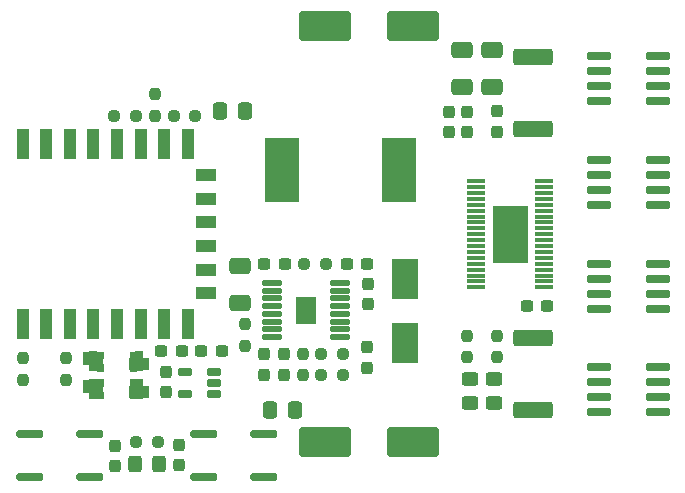
<source format=gbr>
%TF.GenerationSoftware,KiCad,Pcbnew,(6.0.8)*%
%TF.CreationDate,2023-03-12T18:26:40+08:00*%
%TF.ProjectId,STEP_MOTO,53544550-5f4d-44f5-944f-2e6b69636164,rev?*%
%TF.SameCoordinates,Original*%
%TF.FileFunction,Paste,Top*%
%TF.FilePolarity,Positive*%
%FSLAX46Y46*%
G04 Gerber Fmt 4.6, Leading zero omitted, Abs format (unit mm)*
G04 Created by KiCad (PCBNEW (6.0.8)) date 2023-03-12 18:26:40*
%MOMM*%
%LPD*%
G01*
G04 APERTURE LIST*
G04 Aperture macros list*
%AMRoundRect*
0 Rectangle with rounded corners*
0 $1 Rounding radius*
0 $2 $3 $4 $5 $6 $7 $8 $9 X,Y pos of 4 corners*
0 Add a 4 corners polygon primitive as box body*
4,1,4,$2,$3,$4,$5,$6,$7,$8,$9,$2,$3,0*
0 Add four circle primitives for the rounded corners*
1,1,$1+$1,$2,$3*
1,1,$1+$1,$4,$5*
1,1,$1+$1,$6,$7*
1,1,$1+$1,$8,$9*
0 Add four rect primitives between the rounded corners*
20,1,$1+$1,$2,$3,$4,$5,0*
20,1,$1+$1,$4,$5,$6,$7,0*
20,1,$1+$1,$6,$7,$8,$9,0*
20,1,$1+$1,$8,$9,$2,$3,0*%
%AMFreePoly0*
4,1,21,0.800354,0.825354,0.800500,0.825000,0.800500,0.300000,0.825000,0.300000,0.825000,-0.300000,0.800500,-0.300000,0.800500,-0.825000,0.800354,-0.825354,0.800000,-0.825500,-0.290000,-0.825500,-0.290354,-0.825354,-0.290500,-0.825000,-0.290500,-0.300000,-0.825000,-0.300000,-0.825000,0.300000,-0.290500,0.300000,-0.290500,0.825000,-0.290354,0.825354,-0.290000,0.825500,0.800000,0.825500,
0.800354,0.825354,0.800354,0.825354,$1*%
%AMFreePoly1*
4,1,21,0.300354,0.825354,0.300500,0.825000,0.300500,0.300000,0.825000,0.300000,0.825000,-0.300000,0.300500,-0.300000,0.300500,-0.825000,0.300354,-0.825354,0.300000,-0.825500,-0.800000,-0.825500,-0.800354,-0.825354,-0.800500,-0.825000,-0.800500,-0.300000,-0.825000,-0.300000,-0.825000,0.300000,-0.800500,0.300000,-0.800500,0.825000,-0.800354,0.825354,-0.800000,0.825500,0.300000,0.825500,
0.300354,0.825354,0.300354,0.825354,$1*%
G04 Aperture macros list end*
%ADD10C,0.010000*%
%ADD11R,1.000000X2.500000*%
%ADD12R,1.800000X1.000000*%
%ADD13RoundRect,0.249999X1.425001X-0.450001X1.425001X0.450001X-1.425001X0.450001X-1.425001X-0.450001X0*%
%ADD14RoundRect,0.237500X0.250000X0.237500X-0.250000X0.237500X-0.250000X-0.237500X0.250000X-0.237500X0*%
%ADD15RoundRect,0.237500X-0.250000X-0.237500X0.250000X-0.237500X0.250000X0.237500X-0.250000X0.237500X0*%
%ADD16RoundRect,0.046900X0.538100X-0.288100X0.538100X0.288100X-0.538100X0.288100X-0.538100X-0.288100X0*%
%ADD17RoundRect,0.237500X0.237500X-0.250000X0.237500X0.250000X-0.237500X0.250000X-0.237500X-0.250000X0*%
%ADD18RoundRect,0.237500X0.237500X-0.300000X0.237500X0.300000X-0.237500X0.300000X-0.237500X-0.300000X0*%
%ADD19RoundRect,0.042000X-0.943000X-0.258000X0.943000X-0.258000X0.943000X0.258000X-0.943000X0.258000X0*%
%ADD20RoundRect,0.237500X-0.237500X0.300000X-0.237500X-0.300000X0.237500X-0.300000X0.237500X0.300000X0*%
%ADD21RoundRect,0.012000X-0.738000X-0.138000X0.738000X-0.138000X0.738000X0.138000X-0.738000X0.138000X0*%
%ADD22RoundRect,0.250000X1.950000X1.000000X-1.950000X1.000000X-1.950000X-1.000000X1.950000X-1.000000X0*%
%ADD23RoundRect,0.249999X-1.425001X0.450001X-1.425001X-0.450001X1.425001X-0.450001X1.425001X0.450001X0*%
%ADD24RoundRect,0.250000X-0.325000X-0.450000X0.325000X-0.450000X0.325000X0.450000X-0.325000X0.450000X0*%
%ADD25RoundRect,0.237500X0.300000X0.237500X-0.300000X0.237500X-0.300000X-0.237500X0.300000X-0.237500X0*%
%ADD26RoundRect,0.250000X-0.450000X0.325000X-0.450000X-0.325000X0.450000X-0.325000X0.450000X0.325000X0*%
%ADD27RoundRect,0.250000X-0.650000X0.412500X-0.650000X-0.412500X0.650000X-0.412500X0.650000X0.412500X0*%
%ADD28FreePoly0,270.000000*%
%ADD29FreePoly1,270.000000*%
%ADD30RoundRect,0.250000X-0.337500X-0.475000X0.337500X-0.475000X0.337500X0.475000X-0.337500X0.475000X0*%
%ADD31RoundRect,0.250000X0.650000X-0.412500X0.650000X0.412500X-0.650000X0.412500X-0.650000X-0.412500X0*%
%ADD32RoundRect,0.237500X-0.237500X0.250000X-0.237500X-0.250000X0.237500X-0.250000X0.237500X0.250000X0*%
%ADD33RoundRect,0.020500X-0.764500X-0.184500X0.764500X-0.184500X0.764500X0.184500X-0.764500X0.184500X0*%
%ADD34RoundRect,0.237500X-0.300000X-0.237500X0.300000X-0.237500X0.300000X0.237500X-0.300000X0.237500X0*%
%ADD35R,2.900000X5.400000*%
%ADD36RoundRect,0.162500X-0.980500X-0.162500X0.980500X-0.162500X0.980500X0.162500X-0.980500X0.162500X0*%
%ADD37R,2.300000X3.500000*%
G04 APERTURE END LIST*
%TO.C,U1*%
G36*
X51450000Y20825000D02*
G01*
X48550000Y20825000D01*
X48550000Y25525000D01*
X51450000Y25525000D01*
X51450000Y20825000D01*
G37*
D10*
X51450000Y20825000D02*
X48550000Y20825000D01*
X48550000Y25525000D01*
X51450000Y25525000D01*
X51450000Y20825000D01*
%TO.C,D4*%
G36*
X18312200Y10354400D02*
G01*
X17812200Y10354400D01*
X17812200Y10929400D01*
X18312200Y10929400D01*
X18312200Y10354400D01*
G37*
X18312200Y10354400D02*
X17812200Y10354400D01*
X17812200Y10929400D01*
X18312200Y10929400D01*
X18312200Y10354400D01*
G36*
X18312200Y10354400D02*
G01*
X17812200Y10354400D01*
X17812200Y10929400D01*
X18312200Y10929400D01*
X18312200Y10354400D01*
G37*
X18312200Y10354400D02*
X17812200Y10354400D01*
X17812200Y10929400D01*
X18312200Y10929400D01*
X18312200Y10354400D01*
G36*
X15512200Y10354400D02*
G01*
X15012200Y10354400D01*
X15012200Y10929400D01*
X15512200Y10929400D01*
X15512200Y10354400D01*
G37*
X15512200Y10354400D02*
X15012200Y10354400D01*
X15012200Y10929400D01*
X15512200Y10929400D01*
X15512200Y10354400D01*
G36*
X15512200Y9279400D02*
G01*
X15012200Y9279400D01*
X15012200Y9854400D01*
X15512200Y9854400D01*
X15512200Y9279400D01*
G37*
X15512200Y9279400D02*
X15012200Y9279400D01*
X15012200Y9854400D01*
X15512200Y9854400D01*
X15512200Y9279400D01*
G36*
X15512200Y9279400D02*
G01*
X15012200Y9279400D01*
X15012200Y9854400D01*
X15512200Y9854400D01*
X15512200Y9279400D01*
G37*
X15512200Y9279400D02*
X15012200Y9279400D01*
X15012200Y9854400D01*
X15512200Y9854400D01*
X15512200Y9279400D01*
G36*
X18312200Y9279400D02*
G01*
X17812200Y9279400D01*
X17812200Y9854400D01*
X18312200Y9854400D01*
X18312200Y9279400D01*
G37*
X18312200Y9279400D02*
X17812200Y9279400D01*
X17812200Y9854400D01*
X18312200Y9854400D01*
X18312200Y9279400D01*
%TO.C,U5*%
G36*
X33489600Y15684200D02*
G01*
X31889600Y15684200D01*
X31889600Y17834200D01*
X33489600Y17834200D01*
X33489600Y15684200D01*
G37*
X33489600Y15684200D02*
X31889600Y15684200D01*
X31889600Y17834200D01*
X33489600Y17834200D01*
X33489600Y15684200D01*
%TO.C,D5*%
G36*
X18312200Y11590800D02*
G01*
X17812200Y11590800D01*
X17812200Y12165800D01*
X18312200Y12165800D01*
X18312200Y11590800D01*
G37*
X18312200Y11590800D02*
X17812200Y11590800D01*
X17812200Y12165800D01*
X18312200Y12165800D01*
X18312200Y11590800D01*
G36*
X15512200Y11590800D02*
G01*
X15012200Y11590800D01*
X15012200Y12165800D01*
X15512200Y12165800D01*
X15512200Y11590800D01*
G37*
X15512200Y11590800D02*
X15012200Y11590800D01*
X15012200Y12165800D01*
X15512200Y12165800D01*
X15512200Y11590800D01*
G36*
X18312200Y12665800D02*
G01*
X17812200Y12665800D01*
X17812200Y13240800D01*
X18312200Y13240800D01*
X18312200Y12665800D01*
G37*
X18312200Y12665800D02*
X17812200Y12665800D01*
X17812200Y13240800D01*
X18312200Y13240800D01*
X18312200Y12665800D01*
G36*
X15512200Y11590800D02*
G01*
X15012200Y11590800D01*
X15012200Y12165800D01*
X15512200Y12165800D01*
X15512200Y11590800D01*
G37*
X15512200Y11590800D02*
X15012200Y11590800D01*
X15012200Y12165800D01*
X15512200Y12165800D01*
X15512200Y11590800D01*
G36*
X18312200Y12665800D02*
G01*
X17812200Y12665800D01*
X17812200Y13240800D01*
X18312200Y13240800D01*
X18312200Y12665800D01*
G37*
X18312200Y12665800D02*
X17812200Y12665800D01*
X17812200Y13240800D01*
X18312200Y13240800D01*
X18312200Y12665800D01*
G36*
X15512200Y12665800D02*
G01*
X15012200Y12665800D01*
X15012200Y13240800D01*
X15512200Y13240800D01*
X15512200Y12665800D01*
G37*
X15512200Y12665800D02*
X15012200Y12665800D01*
X15012200Y13240800D01*
X15512200Y13240800D01*
X15512200Y12665800D01*
%TD*%
D11*
%TO.C,U2*%
X8717200Y15575000D03*
X10717200Y15575000D03*
X12717200Y15575000D03*
X14717200Y15575000D03*
X16717200Y15575000D03*
X18717200Y15575000D03*
X20717200Y15575000D03*
X22717200Y15575000D03*
D12*
X24217200Y18175000D03*
X24217200Y20175000D03*
X24217200Y22175000D03*
X24217200Y24175000D03*
X24217200Y26175000D03*
X24217200Y28175000D03*
D11*
X22717200Y30775000D03*
X20717200Y30775000D03*
X18717200Y30775000D03*
X16717200Y30775000D03*
X14717200Y30775000D03*
X12717200Y30775000D03*
X10717200Y30775000D03*
X8717200Y30775000D03*
%TD*%
D13*
%TO.C,R6*%
X51892000Y8273600D03*
X51892000Y14373600D03*
%TD*%
D14*
%TO.C,R16*%
X35837300Y11222000D03*
X34012300Y11222000D03*
%TD*%
D15*
%TO.C,R9*%
X16486300Y33193000D03*
X18311300Y33193000D03*
%TD*%
D16*
%TO.C,U8*%
X24943400Y9645900D03*
X24943400Y10585900D03*
X24943400Y11525900D03*
X22503400Y11525900D03*
X22503400Y9645900D03*
%TD*%
D17*
%TO.C,R13*%
X32435600Y11225800D03*
X32435600Y13050800D03*
%TD*%
D18*
%TO.C,C19*%
X16535200Y3555500D03*
X16535200Y5280500D03*
%TD*%
D15*
%TO.C,R15*%
X34012300Y13050800D03*
X35837300Y13050800D03*
%TD*%
D19*
%TO.C,U7*%
X57530000Y11905000D03*
X57530000Y10635000D03*
X57530000Y9365000D03*
X57530000Y8095000D03*
X62470000Y8095000D03*
X62470000Y9365000D03*
X62470000Y10635000D03*
X62470000Y11905000D03*
%TD*%
D20*
%TO.C,C32*%
X29184400Y12998900D03*
X29184400Y11273900D03*
%TD*%
D21*
%TO.C,U1*%
X47100000Y27675000D03*
X47100000Y27175000D03*
X47100000Y26675000D03*
X47100000Y26175000D03*
X47100000Y25675000D03*
X47100000Y25175000D03*
X47100000Y24675000D03*
X47100000Y24175000D03*
X47100000Y23675000D03*
X47100000Y23175000D03*
X47100000Y22675000D03*
X47100000Y22175000D03*
X47100000Y21675000D03*
X47100000Y21175000D03*
X47100000Y20675000D03*
X47100000Y20175000D03*
X47100000Y19675000D03*
X47100000Y19175000D03*
X47100000Y18675000D03*
X52900000Y18675000D03*
X52900000Y19175000D03*
X52900000Y19675000D03*
X52900000Y20175000D03*
X52900000Y20675000D03*
X52900000Y21175000D03*
X52900000Y21675000D03*
X52900000Y22175000D03*
X52900000Y22675000D03*
X52900000Y23175000D03*
X52900000Y23675000D03*
X52900000Y24175000D03*
X52900000Y24675000D03*
X52900000Y25175000D03*
X52900000Y25675000D03*
X52900000Y26175000D03*
X52900000Y26675000D03*
X52900000Y27175000D03*
X52900000Y27675000D03*
%TD*%
D22*
%TO.C,C9*%
X41750000Y5550000D03*
X34350000Y5550000D03*
%TD*%
D23*
%TO.C,R1*%
X51942800Y38148000D03*
X51942800Y32048000D03*
%TD*%
D24*
%TO.C,D3*%
X18202600Y3754400D03*
X20252600Y3754400D03*
%TD*%
D25*
%TO.C,C36*%
X37870100Y20620000D03*
X36145100Y20620000D03*
%TD*%
%TO.C,C3*%
X53110100Y17064000D03*
X51385100Y17064000D03*
%TD*%
D20*
%TO.C,C40*%
X20827800Y11551100D03*
X20827800Y9826100D03*
%TD*%
%TO.C,C7*%
X44780000Y33522100D03*
X44780000Y31797100D03*
%TD*%
D26*
%TO.C,D2*%
X46558000Y10917200D03*
X46558000Y8867200D03*
%TD*%
D20*
%TO.C,C5*%
X46304000Y33522100D03*
X46304000Y31797100D03*
%TD*%
D18*
%TO.C,C34*%
X37922000Y17268300D03*
X37922000Y18993300D03*
%TD*%
D15*
%TO.C,R14*%
X32539100Y20620000D03*
X34364100Y20620000D03*
%TD*%
%TO.C,R5*%
X18315100Y5583200D03*
X20140100Y5583200D03*
%TD*%
D27*
%TO.C,C4*%
X48437600Y38742200D03*
X48437600Y35617200D03*
%TD*%
D28*
%TO.C,D4*%
X18612200Y10104400D03*
D29*
X14712200Y10104400D03*
%TD*%
D30*
%TO.C,L1*%
X29696300Y8301000D03*
X31771300Y8301000D03*
%TD*%
D31*
%TO.C,C1*%
X45948400Y35618300D03*
X45948400Y38743300D03*
%TD*%
D32*
%TO.C,R12*%
X27508000Y15538100D03*
X27508000Y13713100D03*
%TD*%
D15*
%TO.C,R11*%
X21517400Y33193000D03*
X23342400Y33193000D03*
%TD*%
D19*
%TO.C,U6*%
X57530000Y20688334D03*
X57530000Y19418334D03*
X57530000Y18148334D03*
X57530000Y16878334D03*
X62470000Y16878334D03*
X62470000Y18148334D03*
X62470000Y19418334D03*
X62470000Y20688334D03*
%TD*%
D17*
%TO.C,R7*%
X8737400Y10841000D03*
X8737400Y12666000D03*
%TD*%
%TO.C,R10*%
X19938800Y33194900D03*
X19938800Y35019900D03*
%TD*%
D33*
%TO.C,U5*%
X29819600Y19034200D03*
X29819600Y18384200D03*
X29819600Y17734200D03*
X29819600Y17084200D03*
X29819600Y16434200D03*
X29819600Y15784200D03*
X29819600Y15134200D03*
X29819600Y14484200D03*
X35559600Y14484200D03*
X35559600Y15134200D03*
X35559600Y15784200D03*
X35559600Y16434200D03*
X35559600Y17084200D03*
X35559600Y17734200D03*
X35559600Y18384200D03*
X35559600Y19034200D03*
%TD*%
D19*
%TO.C,U4*%
X57530000Y29471667D03*
X57530000Y28201667D03*
X57530000Y26931667D03*
X57530000Y25661667D03*
X62470000Y25661667D03*
X62470000Y26931667D03*
X62470000Y28201667D03*
X62470000Y29471667D03*
%TD*%
D31*
%TO.C,C31*%
X27101600Y17330300D03*
X27101600Y20455300D03*
%TD*%
D34*
%TO.C,C28*%
X20447900Y13254000D03*
X22172900Y13254000D03*
%TD*%
D18*
%TO.C,C6*%
X48844000Y31846800D03*
X48844000Y33571800D03*
%TD*%
D17*
%TO.C,R8*%
X12369600Y10868300D03*
X12369600Y12693300D03*
%TD*%
D20*
%TO.C,C35*%
X37871200Y13608500D03*
X37871200Y11883500D03*
%TD*%
D35*
%TO.C,L3*%
X40611400Y28595600D03*
X30711400Y28595600D03*
%TD*%
D19*
%TO.C,U3*%
X57530000Y38255000D03*
X57530000Y36985000D03*
X57530000Y35715000D03*
X57530000Y34445000D03*
X62470000Y34445000D03*
X62470000Y35715000D03*
X62470000Y36985000D03*
X62470000Y38255000D03*
%TD*%
D30*
%TO.C,L2*%
X25450600Y33574000D03*
X27525600Y33574000D03*
%TD*%
D25*
%TO.C,C37*%
X30910500Y20620000D03*
X29185500Y20620000D03*
%TD*%
D22*
%TO.C,C11*%
X41750000Y40800000D03*
X34350000Y40800000D03*
%TD*%
D17*
%TO.C,R4*%
X48894800Y12746000D03*
X48894800Y14571000D03*
%TD*%
D20*
%TO.C,C33*%
X30810000Y12998900D03*
X30810000Y11273900D03*
%TD*%
D17*
%TO.C,R2*%
X46304000Y12746000D03*
X46304000Y14571000D03*
%TD*%
D36*
%TO.C,SW1*%
X29167000Y2586000D03*
X24067000Y2586000D03*
X29167000Y6286000D03*
X24067000Y6286000D03*
%TD*%
D18*
%TO.C,C2*%
X21920000Y3603100D03*
X21920000Y5328100D03*
%TD*%
D28*
%TO.C,D5*%
X18612200Y12415800D03*
D29*
X14712200Y12415800D03*
%TD*%
D37*
%TO.C,D6*%
X41122400Y19357600D03*
X41122400Y13957600D03*
%TD*%
D25*
%TO.C,C27*%
X25576500Y13254000D03*
X23851500Y13254000D03*
%TD*%
D26*
%TO.C,D1*%
X48640800Y10926200D03*
X48640800Y8876200D03*
%TD*%
D36*
%TO.C,SW2*%
X14427000Y2586000D03*
X9327000Y2586000D03*
X14427000Y6286000D03*
X9327000Y6286000D03*
%TD*%
M02*

</source>
